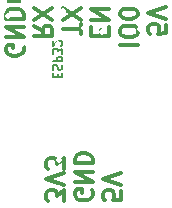
<source format=gbr>
%TF.GenerationSoftware,KiCad,Pcbnew,(6.0.0)*%
%TF.CreationDate,2022-08-06T00:01:37+02:00*%
%TF.ProjectId,bobby-flasher,626f6262-792d-4666-9c61-736865722e6b,rev?*%
%TF.SameCoordinates,Original*%
%TF.FileFunction,Legend,Bot*%
%TF.FilePolarity,Positive*%
%FSLAX46Y46*%
G04 Gerber Fmt 4.6, Leading zero omitted, Abs format (unit mm)*
G04 Created by KiCad (PCBNEW (6.0.0)) date 2022-08-06 00:01:37*
%MOMM*%
%LPD*%
G01*
G04 APERTURE LIST*
G04 Aperture macros list*
%AMRoundRect*
0 Rectangle with rounded corners*
0 $1 Rounding radius*
0 $2 $3 $4 $5 $6 $7 $8 $9 X,Y pos of 4 corners*
0 Add a 4 corners polygon primitive as box body*
4,1,4,$2,$3,$4,$5,$6,$7,$8,$9,$2,$3,0*
0 Add four circle primitives for the rounded corners*
1,1,$1+$1,$2,$3*
1,1,$1+$1,$4,$5*
1,1,$1+$1,$6,$7*
1,1,$1+$1,$8,$9*
0 Add four rect primitives between the rounded corners*
20,1,$1+$1,$2,$3,$4,$5,0*
20,1,$1+$1,$4,$5,$6,$7,0*
20,1,$1+$1,$6,$7,$8,$9,0*
20,1,$1+$1,$8,$9,$2,$3,0*%
G04 Aperture macros list end*
%ADD10C,0.300000*%
%ADD11C,0.150000*%
%ADD12R,1.700000X1.700000*%
%ADD13O,1.700000X1.700000*%
%ADD14C,0.650000*%
%ADD15O,1.000000X2.100000*%
%ADD16O,1.000000X1.800000*%
%ADD17RoundRect,0.250000X-0.600000X-0.725000X0.600000X-0.725000X0.600000X0.725000X-0.600000X0.725000X0*%
%ADD18O,1.700000X1.950000*%
%ADD19R,1.700000X3.000000*%
%ADD20C,0.500000*%
G04 APERTURE END LIST*
D10*
X6658928Y-60237857D02*
X6658928Y-60952142D01*
X5944642Y-61023571D01*
X6016071Y-60952142D01*
X6087500Y-60809285D01*
X6087500Y-60452142D01*
X6016071Y-60309285D01*
X5944642Y-60237857D01*
X5801785Y-60166428D01*
X5444642Y-60166428D01*
X5301785Y-60237857D01*
X5230357Y-60309285D01*
X5158928Y-60452142D01*
X5158928Y-60809285D01*
X5230357Y-60952142D01*
X5301785Y-61023571D01*
X6658928Y-59737857D02*
X5158928Y-59237857D01*
X6658928Y-58737857D01*
X2743928Y-61952142D02*
X4243928Y-61952142D01*
X4243928Y-60952142D02*
X4243928Y-60666428D01*
X4172499Y-60523571D01*
X4029642Y-60380714D01*
X3743928Y-60309285D01*
X3243928Y-60309285D01*
X2958214Y-60380714D01*
X2815357Y-60523571D01*
X2743928Y-60666428D01*
X2743928Y-60952142D01*
X2815357Y-61095000D01*
X2958214Y-61237857D01*
X3243928Y-61309285D01*
X3743928Y-61309285D01*
X4029642Y-61237857D01*
X4172499Y-61095000D01*
X4243928Y-60952142D01*
X4243928Y-59380714D02*
X4243928Y-59237857D01*
X4172500Y-59095000D01*
X4101071Y-59023571D01*
X3958214Y-58952142D01*
X3672500Y-58880714D01*
X3315357Y-58880714D01*
X3029642Y-58952142D01*
X2886785Y-59023571D01*
X2815357Y-59095000D01*
X2743928Y-59237857D01*
X2743928Y-59380714D01*
X2815357Y-59523571D01*
X2886785Y-59595000D01*
X3029642Y-59666428D01*
X3315357Y-59737857D01*
X3672500Y-59737857D01*
X3958214Y-59666428D01*
X4101071Y-59595000D01*
X4172500Y-59523571D01*
X4243928Y-59380714D01*
X1114642Y-61166428D02*
X1114642Y-60666428D01*
X328928Y-60452142D02*
X328928Y-61166428D01*
X1828928Y-61166428D01*
X1828928Y-60452142D01*
X328928Y-59809285D02*
X1828928Y-59809285D01*
X328928Y-58952142D01*
X1828928Y-58952142D01*
X-586071Y-61023571D02*
X-586071Y-60166428D01*
X-2086071Y-60595000D02*
X-586071Y-60595000D01*
X-586071Y-59809285D02*
X-2086071Y-58809285D01*
X-586071Y-58809285D02*
X-2086071Y-59809285D01*
X-4501071Y-60309285D02*
X-3786785Y-60809285D01*
X-4501071Y-61166428D02*
X-3001071Y-61166428D01*
X-3001071Y-60595000D01*
X-3072500Y-60452142D01*
X-3143928Y-60380714D01*
X-3286785Y-60309285D01*
X-3501071Y-60309285D01*
X-3643928Y-60380714D01*
X-3715357Y-60452142D01*
X-3786785Y-60595000D01*
X-3786785Y-61166428D01*
X-3001071Y-59809285D02*
X-4501071Y-58809285D01*
X-3001071Y-58809285D02*
X-4501071Y-59809285D01*
X-5487500Y-62023571D02*
X-5416071Y-62166428D01*
X-5416071Y-62380714D01*
X-5487500Y-62595000D01*
X-5630357Y-62737857D01*
X-5773214Y-62809285D01*
X-6058928Y-62880714D01*
X-6273214Y-62880714D01*
X-6558928Y-62809285D01*
X-6701785Y-62737857D01*
X-6844642Y-62595000D01*
X-6916071Y-62380714D01*
X-6916071Y-62237857D01*
X-6844642Y-62023571D01*
X-6773214Y-61952142D01*
X-6273214Y-61952142D01*
X-6273214Y-62237857D01*
X-6916071Y-61309285D02*
X-5416071Y-61309285D01*
X-6916071Y-60452142D01*
X-5416071Y-60452142D01*
X-6916071Y-59737857D02*
X-5416071Y-59737857D01*
X-5416071Y-59380714D01*
X-5487500Y-59166428D01*
X-5630357Y-59023571D01*
X-5773214Y-58952142D01*
X-6058928Y-58880714D01*
X-6273214Y-58880714D01*
X-6558928Y-58952142D01*
X-6701785Y-59023571D01*
X-6844642Y-59166428D01*
X-6916071Y-59380714D01*
X-6916071Y-59737857D01*
X2836428Y-74333571D02*
X2836428Y-75047857D01*
X2122142Y-75119285D01*
X2193571Y-75047857D01*
X2265000Y-74905000D01*
X2265000Y-74547857D01*
X2193571Y-74405000D01*
X2122142Y-74333571D01*
X1979285Y-74262142D01*
X1622142Y-74262142D01*
X1479285Y-74333571D01*
X1407857Y-74405000D01*
X1336428Y-74547857D01*
X1336428Y-74905000D01*
X1407857Y-75047857D01*
X1479285Y-75119285D01*
X2836428Y-73833571D02*
X1336428Y-73333571D01*
X2836428Y-72833571D01*
X350000Y-74262142D02*
X421428Y-74405000D01*
X421428Y-74619285D01*
X350000Y-74833571D01*
X207142Y-74976428D01*
X64285Y-75047857D01*
X-221428Y-75119285D01*
X-435714Y-75119285D01*
X-721428Y-75047857D01*
X-864285Y-74976428D01*
X-1007142Y-74833571D01*
X-1078571Y-74619285D01*
X-1078571Y-74476428D01*
X-1007142Y-74262142D01*
X-935714Y-74190714D01*
X-435714Y-74190714D01*
X-435714Y-74476428D01*
X-1078571Y-73547857D02*
X421428Y-73547857D01*
X-1078571Y-72690714D01*
X421428Y-72690714D01*
X-1078571Y-71976428D02*
X421428Y-71976428D01*
X421428Y-71619285D01*
X350000Y-71405000D01*
X207142Y-71262142D01*
X64285Y-71190714D01*
X-221428Y-71119285D01*
X-435714Y-71119285D01*
X-721428Y-71190714D01*
X-864285Y-71262142D01*
X-1007142Y-71405000D01*
X-1078571Y-71619285D01*
X-1078571Y-71976428D01*
X-1993571Y-75190714D02*
X-1993571Y-74262142D01*
X-2565000Y-74762142D01*
X-2565000Y-74547857D01*
X-2636428Y-74405000D01*
X-2707857Y-74333571D01*
X-2850714Y-74262142D01*
X-3207857Y-74262142D01*
X-3350714Y-74333571D01*
X-3422142Y-74405000D01*
X-3493571Y-74547857D01*
X-3493571Y-74976428D01*
X-3422142Y-75119285D01*
X-3350714Y-75190714D01*
X-1993571Y-73833571D02*
X-3493571Y-73333571D01*
X-1993571Y-72833571D01*
X-1993571Y-72476428D02*
X-1993571Y-71547857D01*
X-2564999Y-72047857D01*
X-2564999Y-71833571D01*
X-2636428Y-71690714D01*
X-2707857Y-71619285D01*
X-2850714Y-71547857D01*
X-3207857Y-71547857D01*
X-3350714Y-71619285D01*
X-3422142Y-71690714D01*
X-3493571Y-71833571D01*
X-3493571Y-72262142D01*
X-3422142Y-72405000D01*
X-3350714Y-72476428D01*
D11*
X-2542857Y-64635833D02*
X-2542857Y-64402500D01*
X-2961904Y-64302500D02*
X-2961904Y-64635833D01*
X-2161904Y-64635833D01*
X-2161904Y-64302500D01*
X-2923809Y-64035833D02*
X-2961904Y-63935833D01*
X-2961904Y-63769166D01*
X-2923809Y-63702500D01*
X-2885714Y-63669166D01*
X-2809523Y-63635833D01*
X-2733333Y-63635833D01*
X-2657142Y-63669166D01*
X-2619047Y-63702500D01*
X-2580952Y-63769166D01*
X-2542857Y-63902500D01*
X-2504761Y-63969166D01*
X-2466666Y-64002500D01*
X-2390476Y-64035833D01*
X-2314285Y-64035833D01*
X-2238095Y-64002500D01*
X-2200000Y-63969166D01*
X-2161904Y-63902500D01*
X-2161904Y-63735833D01*
X-2200000Y-63635833D01*
X-2961904Y-63335833D02*
X-2161904Y-63335833D01*
X-2161904Y-63069166D01*
X-2199999Y-63002500D01*
X-2238095Y-62969166D01*
X-2314285Y-62935833D01*
X-2428571Y-62935833D01*
X-2504761Y-62969166D01*
X-2542857Y-63002500D01*
X-2580952Y-63069166D01*
X-2580952Y-63335833D01*
X-2161904Y-62702500D02*
X-2161904Y-62269166D01*
X-2466666Y-62502500D01*
X-2466666Y-62402500D01*
X-2504761Y-62335833D01*
X-2542857Y-62302500D01*
X-2619047Y-62269166D01*
X-2809523Y-62269166D01*
X-2885714Y-62302500D01*
X-2923809Y-62335833D01*
X-2961904Y-62402500D01*
X-2961904Y-62602500D01*
X-2923809Y-62669166D01*
X-2885714Y-62702500D01*
X-2238095Y-62002500D02*
X-2199999Y-61969166D01*
X-2161904Y-61902500D01*
X-2161904Y-61735833D01*
X-2199999Y-61669166D01*
X-2238095Y-61635833D01*
X-2314285Y-61602500D01*
X-2390476Y-61602500D01*
X-2504761Y-61635833D01*
X-2961904Y-62035833D01*
X-2961904Y-61602500D01*
%LPC*%
D12*
%TO.C,J2*%
X-6350000Y-52900000D03*
D13*
X-3810000Y-52900000D03*
X-1270000Y-52900000D03*
X1270000Y-52900000D03*
X3810000Y-52900000D03*
X6350000Y-52900000D03*
%TD*%
D14*
%TO.C,USBC1*%
X-2890000Y-76090000D03*
X2890000Y-76090000D03*
D15*
X-4320000Y-75590000D03*
D16*
X-4320000Y-79770000D03*
X4320000Y-79770000D03*
D15*
X4320000Y-75590000D03*
%TD*%
D17*
%TO.C,J3*%
X-6250000Y-57375000D03*
D18*
X-3750000Y-57375000D03*
X-1250000Y-57375000D03*
X1250000Y-57375000D03*
X3750000Y-57375000D03*
X6250000Y-57375000D03*
%TD*%
D19*
%TO.C,J1*%
X2400000Y-69200000D03*
X-140000Y-69200000D03*
X-2680000Y-69200000D03*
%TD*%
D20*
X4100000Y-68300000D03*
X3400000Y-65400000D03*
X6900000Y-62900000D03*
X4700000Y-63900000D03*
X4400000Y-60600000D03*
X-1574579Y-61574579D03*
X1250000Y-60850000D03*
X-6100000Y-67050000D03*
X2500000Y-54900000D03*
X-5550000Y-61900000D03*
X-7800000Y-67050000D03*
X-2500000Y-61900000D03*
X-6000000Y-76000000D03*
X-4300000Y-67950000D03*
X0Y-54700000D03*
X-2250000Y-78000000D03*
X7450000Y-59500000D03*
X2050000Y-78500000D03*
X-2450000Y-71700000D03*
X-7850000Y-69550000D03*
X-3225000Y-63975000D03*
X-5250000Y-54850000D03*
X-6700000Y-59500000D03*
X-3000000Y-66950000D03*
X7550000Y-55550000D03*
X-300000Y-60550000D03*
X-6100000Y-69600000D03*
X-2100000Y-59050000D03*
X-2200000Y-66850000D03*
X-4850000Y-59150000D03*
X5050000Y-54950000D03*
X-7900000Y-60950000D03*
X-7650000Y-54900000D03*
X-2350000Y-54700000D03*
X1450000Y-76500000D03*
X-6800000Y-73100000D03*
X6600000Y-70200000D03*
X-400000Y-65500000D03*
X-7087500Y-63862500D03*
X-2400000Y-74050000D03*
X7250000Y-68900000D03*
X-4950000Y-69600000D03*
X400000Y-64400000D03*
X-4000000Y-63950000D03*
X5300000Y-79400000D03*
X-4050000Y-66750000D03*
X7000000Y-73150000D03*
X6900000Y-79400000D03*
X5500000Y-70100000D03*
X2150000Y-59650000D03*
X2550000Y-63600000D03*
X6575000Y-65325000D03*
X6200000Y-68950000D03*
M02*

</source>
